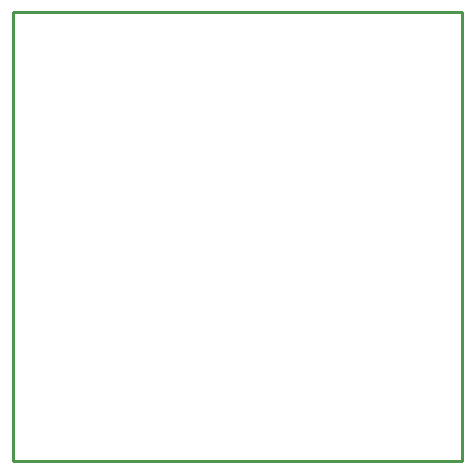
<source format=gko>
G04 Layer: BoardOutline*
G04 EasyEDA v6.4.7, 2020-10-05T14:23:05+01:00*
G04 2c2162e3dd23406bb5aba25b7724e7bd,81cdacc9909441f8a3d49748f20dc12b,10*
G04 Gerber Generator version 0.2*
G04 Scale: 100 percent, Rotated: No, Reflected: No *
G04 Dimensions in millimeters *
G04 leading zeros omitted , absolute positions ,3 integer and 3 decimal *
%FSLAX33Y33*%
%MOMM*%
G90*
D02*

%ADD10C,0.254000*%
G54D10*
G01X0Y37999D02*
G01X37999Y37999D01*
G01X37999Y0D01*
G01X0Y0D01*
G01X0Y37999D01*

%LPD*%
M00*
M02*

</source>
